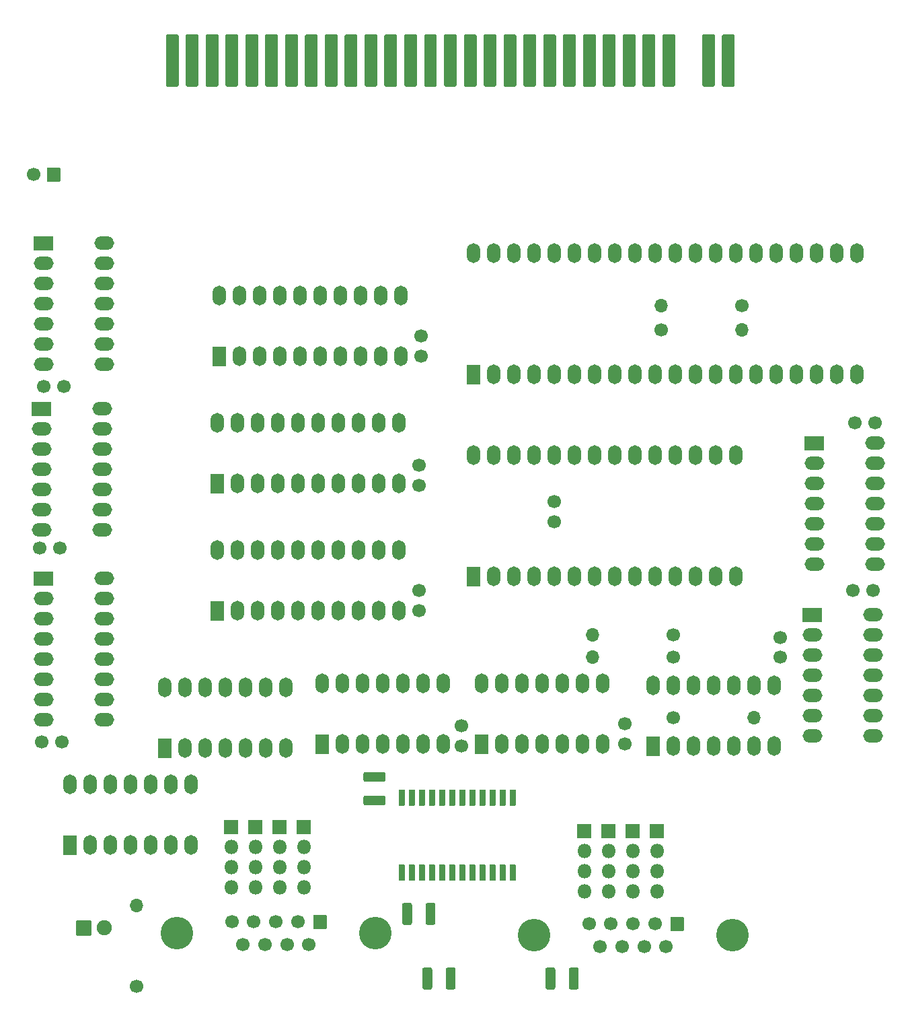
<source format=gbr>
%TF.GenerationSoftware,KiCad,Pcbnew,(5.1.10)-1*%
%TF.CreationDate,2024-05-08T08:23:43+02:00*%
%TF.ProjectId,M003,4d303033-2e6b-4696-9361-645f70636258,rev?*%
%TF.SameCoordinates,Original*%
%TF.FileFunction,Soldermask,Bot*%
%TF.FilePolarity,Negative*%
%FSLAX46Y46*%
G04 Gerber Fmt 4.6, Leading zero omitted, Abs format (unit mm)*
G04 Created by KiCad (PCBNEW (5.1.10)-1) date 2024-05-08 08:23:43*
%MOMM*%
%LPD*%
G01*
G04 APERTURE LIST*
%ADD10O,1.700000X2.500000*%
%ADD11O,1.800000X1.800000*%
%ADD12O,2.500000X1.700000*%
%ADD13O,1.700000X1.700000*%
%ADD14C,1.700000*%
%ADD15C,4.100000*%
%ADD16C,1.900000*%
G04 APERTURE END LIST*
D10*
%TO.C,U8*%
X134112000Y-96520000D03*
X149352000Y-104140000D03*
X136652000Y-96520000D03*
X146812000Y-104140000D03*
X139192000Y-96520000D03*
X144272000Y-104140000D03*
X141732000Y-96520000D03*
X141732000Y-104140000D03*
X144272000Y-96520000D03*
X139192000Y-104140000D03*
X146812000Y-96520000D03*
X136652000Y-104140000D03*
X149352000Y-96520000D03*
G36*
G01*
X134912000Y-105390000D02*
X133312000Y-105390000D01*
G75*
G02*
X133262000Y-105340000I0J50000D01*
G01*
X133262000Y-102940000D01*
G75*
G02*
X133312000Y-102890000I50000J0D01*
G01*
X134912000Y-102890000D01*
G75*
G02*
X134962000Y-102940000I0J-50000D01*
G01*
X134962000Y-105340000D01*
G75*
G02*
X134912000Y-105390000I-50000J0D01*
G01*
G37*
%TD*%
%TO.C,IC3*%
G36*
G01*
X157740000Y-111820500D02*
X157740000Y-109895500D01*
G75*
G02*
X157790000Y-109845500I50000J0D01*
G01*
X158440000Y-109845500D01*
G75*
G02*
X158490000Y-109895500I0J-50000D01*
G01*
X158490000Y-111820500D01*
G75*
G02*
X158440000Y-111870500I-50000J0D01*
G01*
X157790000Y-111870500D01*
G75*
G02*
X157740000Y-111820500I0J50000D01*
G01*
G37*
G36*
G01*
X156470000Y-111820500D02*
X156470000Y-109895500D01*
G75*
G02*
X156520000Y-109845500I50000J0D01*
G01*
X157170000Y-109845500D01*
G75*
G02*
X157220000Y-109895500I0J-50000D01*
G01*
X157220000Y-111820500D01*
G75*
G02*
X157170000Y-111870500I-50000J0D01*
G01*
X156520000Y-111870500D01*
G75*
G02*
X156470000Y-111820500I0J50000D01*
G01*
G37*
G36*
G01*
X155200000Y-111820500D02*
X155200000Y-109895500D01*
G75*
G02*
X155250000Y-109845500I50000J0D01*
G01*
X155900000Y-109845500D01*
G75*
G02*
X155950000Y-109895500I0J-50000D01*
G01*
X155950000Y-111820500D01*
G75*
G02*
X155900000Y-111870500I-50000J0D01*
G01*
X155250000Y-111870500D01*
G75*
G02*
X155200000Y-111820500I0J50000D01*
G01*
G37*
G36*
G01*
X153930000Y-111820500D02*
X153930000Y-109895500D01*
G75*
G02*
X153980000Y-109845500I50000J0D01*
G01*
X154630000Y-109845500D01*
G75*
G02*
X154680000Y-109895500I0J-50000D01*
G01*
X154680000Y-111820500D01*
G75*
G02*
X154630000Y-111870500I-50000J0D01*
G01*
X153980000Y-111870500D01*
G75*
G02*
X153930000Y-111820500I0J50000D01*
G01*
G37*
G36*
G01*
X152660000Y-111820500D02*
X152660000Y-109895500D01*
G75*
G02*
X152710000Y-109845500I50000J0D01*
G01*
X153360000Y-109845500D01*
G75*
G02*
X153410000Y-109895500I0J-50000D01*
G01*
X153410000Y-111820500D01*
G75*
G02*
X153360000Y-111870500I-50000J0D01*
G01*
X152710000Y-111870500D01*
G75*
G02*
X152660000Y-111820500I0J50000D01*
G01*
G37*
G36*
G01*
X151390000Y-111820500D02*
X151390000Y-109895500D01*
G75*
G02*
X151440000Y-109845500I50000J0D01*
G01*
X152090000Y-109845500D01*
G75*
G02*
X152140000Y-109895500I0J-50000D01*
G01*
X152140000Y-111820500D01*
G75*
G02*
X152090000Y-111870500I-50000J0D01*
G01*
X151440000Y-111870500D01*
G75*
G02*
X151390000Y-111820500I0J50000D01*
G01*
G37*
G36*
G01*
X150120000Y-111820500D02*
X150120000Y-109895500D01*
G75*
G02*
X150170000Y-109845500I50000J0D01*
G01*
X150820000Y-109845500D01*
G75*
G02*
X150870000Y-109895500I0J-50000D01*
G01*
X150870000Y-111820500D01*
G75*
G02*
X150820000Y-111870500I-50000J0D01*
G01*
X150170000Y-111870500D01*
G75*
G02*
X150120000Y-111820500I0J50000D01*
G01*
G37*
G36*
G01*
X148850000Y-111820500D02*
X148850000Y-109895500D01*
G75*
G02*
X148900000Y-109845500I50000J0D01*
G01*
X149550000Y-109845500D01*
G75*
G02*
X149600000Y-109895500I0J-50000D01*
G01*
X149600000Y-111820500D01*
G75*
G02*
X149550000Y-111870500I-50000J0D01*
G01*
X148900000Y-111870500D01*
G75*
G02*
X148850000Y-111820500I0J50000D01*
G01*
G37*
G36*
G01*
X147580000Y-111820500D02*
X147580000Y-109895500D01*
G75*
G02*
X147630000Y-109845500I50000J0D01*
G01*
X148280000Y-109845500D01*
G75*
G02*
X148330000Y-109895500I0J-50000D01*
G01*
X148330000Y-111820500D01*
G75*
G02*
X148280000Y-111870500I-50000J0D01*
G01*
X147630000Y-111870500D01*
G75*
G02*
X147580000Y-111820500I0J50000D01*
G01*
G37*
G36*
G01*
X146310000Y-111820500D02*
X146310000Y-109895500D01*
G75*
G02*
X146360000Y-109845500I50000J0D01*
G01*
X147010000Y-109845500D01*
G75*
G02*
X147060000Y-109895500I0J-50000D01*
G01*
X147060000Y-111820500D01*
G75*
G02*
X147010000Y-111870500I-50000J0D01*
G01*
X146360000Y-111870500D01*
G75*
G02*
X146310000Y-111820500I0J50000D01*
G01*
G37*
G36*
G01*
X145040000Y-111820500D02*
X145040000Y-109895500D01*
G75*
G02*
X145090000Y-109845500I50000J0D01*
G01*
X145740000Y-109845500D01*
G75*
G02*
X145790000Y-109895500I0J-50000D01*
G01*
X145790000Y-111820500D01*
G75*
G02*
X145740000Y-111870500I-50000J0D01*
G01*
X145090000Y-111870500D01*
G75*
G02*
X145040000Y-111820500I0J50000D01*
G01*
G37*
G36*
G01*
X143770000Y-111820500D02*
X143770000Y-109895500D01*
G75*
G02*
X143820000Y-109845500I50000J0D01*
G01*
X144470000Y-109845500D01*
G75*
G02*
X144520000Y-109895500I0J-50000D01*
G01*
X144520000Y-111820500D01*
G75*
G02*
X144470000Y-111870500I-50000J0D01*
G01*
X143820000Y-111870500D01*
G75*
G02*
X143770000Y-111820500I0J50000D01*
G01*
G37*
G36*
G01*
X143770000Y-121244500D02*
X143770000Y-119319500D01*
G75*
G02*
X143820000Y-119269500I50000J0D01*
G01*
X144470000Y-119269500D01*
G75*
G02*
X144520000Y-119319500I0J-50000D01*
G01*
X144520000Y-121244500D01*
G75*
G02*
X144470000Y-121294500I-50000J0D01*
G01*
X143820000Y-121294500D01*
G75*
G02*
X143770000Y-121244500I0J50000D01*
G01*
G37*
G36*
G01*
X145040000Y-121244500D02*
X145040000Y-119319500D01*
G75*
G02*
X145090000Y-119269500I50000J0D01*
G01*
X145740000Y-119269500D01*
G75*
G02*
X145790000Y-119319500I0J-50000D01*
G01*
X145790000Y-121244500D01*
G75*
G02*
X145740000Y-121294500I-50000J0D01*
G01*
X145090000Y-121294500D01*
G75*
G02*
X145040000Y-121244500I0J50000D01*
G01*
G37*
G36*
G01*
X146310000Y-121244500D02*
X146310000Y-119319500D01*
G75*
G02*
X146360000Y-119269500I50000J0D01*
G01*
X147010000Y-119269500D01*
G75*
G02*
X147060000Y-119319500I0J-50000D01*
G01*
X147060000Y-121244500D01*
G75*
G02*
X147010000Y-121294500I-50000J0D01*
G01*
X146360000Y-121294500D01*
G75*
G02*
X146310000Y-121244500I0J50000D01*
G01*
G37*
G36*
G01*
X147580000Y-121244500D02*
X147580000Y-119319500D01*
G75*
G02*
X147630000Y-119269500I50000J0D01*
G01*
X148280000Y-119269500D01*
G75*
G02*
X148330000Y-119319500I0J-50000D01*
G01*
X148330000Y-121244500D01*
G75*
G02*
X148280000Y-121294500I-50000J0D01*
G01*
X147630000Y-121294500D01*
G75*
G02*
X147580000Y-121244500I0J50000D01*
G01*
G37*
G36*
G01*
X148850000Y-121244500D02*
X148850000Y-119319500D01*
G75*
G02*
X148900000Y-119269500I50000J0D01*
G01*
X149550000Y-119269500D01*
G75*
G02*
X149600000Y-119319500I0J-50000D01*
G01*
X149600000Y-121244500D01*
G75*
G02*
X149550000Y-121294500I-50000J0D01*
G01*
X148900000Y-121294500D01*
G75*
G02*
X148850000Y-121244500I0J50000D01*
G01*
G37*
G36*
G01*
X150120000Y-121244500D02*
X150120000Y-119319500D01*
G75*
G02*
X150170000Y-119269500I50000J0D01*
G01*
X150820000Y-119269500D01*
G75*
G02*
X150870000Y-119319500I0J-50000D01*
G01*
X150870000Y-121244500D01*
G75*
G02*
X150820000Y-121294500I-50000J0D01*
G01*
X150170000Y-121294500D01*
G75*
G02*
X150120000Y-121244500I0J50000D01*
G01*
G37*
G36*
G01*
X151390000Y-121244500D02*
X151390000Y-119319500D01*
G75*
G02*
X151440000Y-119269500I50000J0D01*
G01*
X152090000Y-119269500D01*
G75*
G02*
X152140000Y-119319500I0J-50000D01*
G01*
X152140000Y-121244500D01*
G75*
G02*
X152090000Y-121294500I-50000J0D01*
G01*
X151440000Y-121294500D01*
G75*
G02*
X151390000Y-121244500I0J50000D01*
G01*
G37*
G36*
G01*
X152660000Y-121244500D02*
X152660000Y-119319500D01*
G75*
G02*
X152710000Y-119269500I50000J0D01*
G01*
X153360000Y-119269500D01*
G75*
G02*
X153410000Y-119319500I0J-50000D01*
G01*
X153410000Y-121244500D01*
G75*
G02*
X153360000Y-121294500I-50000J0D01*
G01*
X152710000Y-121294500D01*
G75*
G02*
X152660000Y-121244500I0J50000D01*
G01*
G37*
G36*
G01*
X153930000Y-121244500D02*
X153930000Y-119319500D01*
G75*
G02*
X153980000Y-119269500I50000J0D01*
G01*
X154630000Y-119269500D01*
G75*
G02*
X154680000Y-119319500I0J-50000D01*
G01*
X154680000Y-121244500D01*
G75*
G02*
X154630000Y-121294500I-50000J0D01*
G01*
X153980000Y-121294500D01*
G75*
G02*
X153930000Y-121244500I0J50000D01*
G01*
G37*
G36*
G01*
X155200000Y-121244500D02*
X155200000Y-119319500D01*
G75*
G02*
X155250000Y-119269500I50000J0D01*
G01*
X155900000Y-119269500D01*
G75*
G02*
X155950000Y-119319500I0J-50000D01*
G01*
X155950000Y-121244500D01*
G75*
G02*
X155900000Y-121294500I-50000J0D01*
G01*
X155250000Y-121294500D01*
G75*
G02*
X155200000Y-121244500I0J50000D01*
G01*
G37*
G36*
G01*
X156470000Y-121244500D02*
X156470000Y-119319500D01*
G75*
G02*
X156520000Y-119269500I50000J0D01*
G01*
X157170000Y-119269500D01*
G75*
G02*
X157220000Y-119319500I0J-50000D01*
G01*
X157220000Y-121244500D01*
G75*
G02*
X157170000Y-121294500I-50000J0D01*
G01*
X156520000Y-121294500D01*
G75*
G02*
X156470000Y-121244500I0J50000D01*
G01*
G37*
G36*
G01*
X157740000Y-121244500D02*
X157740000Y-119319500D01*
G75*
G02*
X157790000Y-119269500I50000J0D01*
G01*
X158440000Y-119269500D01*
G75*
G02*
X158490000Y-119319500I0J-50000D01*
G01*
X158490000Y-121244500D01*
G75*
G02*
X158440000Y-121294500I-50000J0D01*
G01*
X157790000Y-121294500D01*
G75*
G02*
X157740000Y-121244500I0J50000D01*
G01*
G37*
%TD*%
%TO.C,C21*%
G36*
G01*
X145454000Y-124347738D02*
X145454000Y-126604262D01*
G75*
G02*
X145182262Y-126876000I-271738J0D01*
G01*
X144475738Y-126876000D01*
G75*
G02*
X144204000Y-126604262I0J271738D01*
G01*
X144204000Y-124347738D01*
G75*
G02*
X144475738Y-124076000I271738J0D01*
G01*
X145182262Y-124076000D01*
G75*
G02*
X145454000Y-124347738I0J-271738D01*
G01*
G37*
G36*
G01*
X148404000Y-124347738D02*
X148404000Y-126604262D01*
G75*
G02*
X148132262Y-126876000I-271738J0D01*
G01*
X147425738Y-126876000D01*
G75*
G02*
X147154000Y-126604262I0J271738D01*
G01*
X147154000Y-124347738D01*
G75*
G02*
X147425738Y-124076000I271738J0D01*
G01*
X148132262Y-124076000D01*
G75*
G02*
X148404000Y-124347738I0J-271738D01*
G01*
G37*
%TD*%
%TO.C,C10*%
G36*
G01*
X163488000Y-132475738D02*
X163488000Y-134732262D01*
G75*
G02*
X163216262Y-135004000I-271738J0D01*
G01*
X162509738Y-135004000D01*
G75*
G02*
X162238000Y-134732262I0J271738D01*
G01*
X162238000Y-132475738D01*
G75*
G02*
X162509738Y-132204000I271738J0D01*
G01*
X163216262Y-132204000D01*
G75*
G02*
X163488000Y-132475738I0J-271738D01*
G01*
G37*
G36*
G01*
X166438000Y-132475738D02*
X166438000Y-134732262D01*
G75*
G02*
X166166262Y-135004000I-271738J0D01*
G01*
X165459738Y-135004000D01*
G75*
G02*
X165188000Y-134732262I0J271738D01*
G01*
X165188000Y-132475738D01*
G75*
G02*
X165459738Y-132204000I271738J0D01*
G01*
X166166262Y-132204000D01*
G75*
G02*
X166438000Y-132475738I0J-271738D01*
G01*
G37*
%TD*%
%TO.C,C9*%
G36*
G01*
X149694000Y-134732262D02*
X149694000Y-132475738D01*
G75*
G02*
X149965738Y-132204000I271738J0D01*
G01*
X150672262Y-132204000D01*
G75*
G02*
X150944000Y-132475738I0J-271738D01*
G01*
X150944000Y-134732262D01*
G75*
G02*
X150672262Y-135004000I-271738J0D01*
G01*
X149965738Y-135004000D01*
G75*
G02*
X149694000Y-134732262I0J271738D01*
G01*
G37*
G36*
G01*
X146744000Y-134732262D02*
X146744000Y-132475738D01*
G75*
G02*
X147015738Y-132204000I271738J0D01*
G01*
X147722262Y-132204000D01*
G75*
G02*
X147994000Y-132475738I0J-271738D01*
G01*
X147994000Y-134732262D01*
G75*
G02*
X147722262Y-135004000I-271738J0D01*
G01*
X147015738Y-135004000D01*
G75*
G02*
X146744000Y-134732262I0J271738D01*
G01*
G37*
%TD*%
%TO.C,C3*%
G36*
G01*
X141844262Y-108878000D02*
X139587738Y-108878000D01*
G75*
G02*
X139316000Y-108606262I0J271738D01*
G01*
X139316000Y-107899738D01*
G75*
G02*
X139587738Y-107628000I271738J0D01*
G01*
X141844262Y-107628000D01*
G75*
G02*
X142116000Y-107899738I0J-271738D01*
G01*
X142116000Y-108606262D01*
G75*
G02*
X141844262Y-108878000I-271738J0D01*
G01*
G37*
G36*
G01*
X141844262Y-111828000D02*
X139587738Y-111828000D01*
G75*
G02*
X139316000Y-111556262I0J271738D01*
G01*
X139316000Y-110849738D01*
G75*
G02*
X139587738Y-110578000I271738J0D01*
G01*
X141844262Y-110578000D01*
G75*
G02*
X142116000Y-110849738I0J-271738D01*
G01*
X142116000Y-111556262D01*
G75*
G02*
X141844262Y-111828000I-271738J0D01*
G01*
G37*
%TD*%
%TO.C,XM1*%
G36*
G01*
X149476000Y-21278000D02*
X149476000Y-14998000D01*
G75*
G02*
X149636000Y-14838000I160000J0D01*
G01*
X150916000Y-14838000D01*
G75*
G02*
X151076000Y-14998000I0J-160000D01*
G01*
X151076000Y-21278000D01*
G75*
G02*
X150916000Y-21438000I-160000J0D01*
G01*
X149636000Y-21438000D01*
G75*
G02*
X149476000Y-21278000I0J160000D01*
G01*
G37*
G36*
G01*
X136976000Y-21278000D02*
X136976000Y-14998000D01*
G75*
G02*
X137136000Y-14838000I160000J0D01*
G01*
X138416000Y-14838000D01*
G75*
G02*
X138576000Y-14998000I0J-160000D01*
G01*
X138576000Y-21278000D01*
G75*
G02*
X138416000Y-21438000I-160000J0D01*
G01*
X137136000Y-21438000D01*
G75*
G02*
X136976000Y-21278000I0J160000D01*
G01*
G37*
G36*
G01*
X131976000Y-21278000D02*
X131976000Y-14998000D01*
G75*
G02*
X132136000Y-14838000I160000J0D01*
G01*
X133416000Y-14838000D01*
G75*
G02*
X133576000Y-14998000I0J-160000D01*
G01*
X133576000Y-21278000D01*
G75*
G02*
X133416000Y-21438000I-160000J0D01*
G01*
X132136000Y-21438000D01*
G75*
G02*
X131976000Y-21278000I0J160000D01*
G01*
G37*
G36*
G01*
X129476000Y-21278000D02*
X129476000Y-14998000D01*
G75*
G02*
X129636000Y-14838000I160000J0D01*
G01*
X130916000Y-14838000D01*
G75*
G02*
X131076000Y-14998000I0J-160000D01*
G01*
X131076000Y-21278000D01*
G75*
G02*
X130916000Y-21438000I-160000J0D01*
G01*
X129636000Y-21438000D01*
G75*
G02*
X129476000Y-21278000I0J160000D01*
G01*
G37*
G36*
G01*
X124476000Y-21278000D02*
X124476000Y-14998000D01*
G75*
G02*
X124636000Y-14838000I160000J0D01*
G01*
X125916000Y-14838000D01*
G75*
G02*
X126076000Y-14998000I0J-160000D01*
G01*
X126076000Y-21278000D01*
G75*
G02*
X125916000Y-21438000I-160000J0D01*
G01*
X124636000Y-21438000D01*
G75*
G02*
X124476000Y-21278000I0J160000D01*
G01*
G37*
G36*
G01*
X119476000Y-21278000D02*
X119476000Y-14998000D01*
G75*
G02*
X119636000Y-14838000I160000J0D01*
G01*
X120916000Y-14838000D01*
G75*
G02*
X121076000Y-14998000I0J-160000D01*
G01*
X121076000Y-21278000D01*
G75*
G02*
X120916000Y-21438000I-160000J0D01*
G01*
X119636000Y-21438000D01*
G75*
G02*
X119476000Y-21278000I0J160000D01*
G01*
G37*
G36*
G01*
X116976000Y-21278000D02*
X116976000Y-14998000D01*
G75*
G02*
X117136000Y-14838000I160000J0D01*
G01*
X118416000Y-14838000D01*
G75*
G02*
X118576000Y-14998000I0J-160000D01*
G01*
X118576000Y-21278000D01*
G75*
G02*
X118416000Y-21438000I-160000J0D01*
G01*
X117136000Y-21438000D01*
G75*
G02*
X116976000Y-21278000I0J160000D01*
G01*
G37*
G36*
G01*
X161976000Y-21278000D02*
X161976000Y-14998000D01*
G75*
G02*
X162136000Y-14838000I160000J0D01*
G01*
X163416000Y-14838000D01*
G75*
G02*
X163576000Y-14998000I0J-160000D01*
G01*
X163576000Y-21278000D01*
G75*
G02*
X163416000Y-21438000I-160000J0D01*
G01*
X162136000Y-21438000D01*
G75*
G02*
X161976000Y-21278000I0J160000D01*
G01*
G37*
G36*
G01*
X159476000Y-21278000D02*
X159476000Y-14998000D01*
G75*
G02*
X159636000Y-14838000I160000J0D01*
G01*
X160916000Y-14838000D01*
G75*
G02*
X161076000Y-14998000I0J-160000D01*
G01*
X161076000Y-21278000D01*
G75*
G02*
X160916000Y-21438000I-160000J0D01*
G01*
X159636000Y-21438000D01*
G75*
G02*
X159476000Y-21278000I0J160000D01*
G01*
G37*
G36*
G01*
X156976000Y-21278000D02*
X156976000Y-14998000D01*
G75*
G02*
X157136000Y-14838000I160000J0D01*
G01*
X158416000Y-14838000D01*
G75*
G02*
X158576000Y-14998000I0J-160000D01*
G01*
X158576000Y-21278000D01*
G75*
G02*
X158416000Y-21438000I-160000J0D01*
G01*
X157136000Y-21438000D01*
G75*
G02*
X156976000Y-21278000I0J160000D01*
G01*
G37*
G36*
G01*
X154476000Y-21278000D02*
X154476000Y-14998000D01*
G75*
G02*
X154636000Y-14838000I160000J0D01*
G01*
X155916000Y-14838000D01*
G75*
G02*
X156076000Y-14998000I0J-160000D01*
G01*
X156076000Y-21278000D01*
G75*
G02*
X155916000Y-21438000I-160000J0D01*
G01*
X154636000Y-21438000D01*
G75*
G02*
X154476000Y-21278000I0J160000D01*
G01*
G37*
G36*
G01*
X151976000Y-21278000D02*
X151976000Y-14998000D01*
G75*
G02*
X152136000Y-14838000I160000J0D01*
G01*
X153416000Y-14838000D01*
G75*
G02*
X153576000Y-14998000I0J-160000D01*
G01*
X153576000Y-21278000D01*
G75*
G02*
X153416000Y-21438000I-160000J0D01*
G01*
X152136000Y-21438000D01*
G75*
G02*
X151976000Y-21278000I0J160000D01*
G01*
G37*
G36*
G01*
X146976000Y-21278000D02*
X146976000Y-14998000D01*
G75*
G02*
X147136000Y-14838000I160000J0D01*
G01*
X148416000Y-14838000D01*
G75*
G02*
X148576000Y-14998000I0J-160000D01*
G01*
X148576000Y-21278000D01*
G75*
G02*
X148416000Y-21438000I-160000J0D01*
G01*
X147136000Y-21438000D01*
G75*
G02*
X146976000Y-21278000I0J160000D01*
G01*
G37*
G36*
G01*
X144476000Y-21278000D02*
X144476000Y-14998000D01*
G75*
G02*
X144636000Y-14838000I160000J0D01*
G01*
X145916000Y-14838000D01*
G75*
G02*
X146076000Y-14998000I0J-160000D01*
G01*
X146076000Y-21278000D01*
G75*
G02*
X145916000Y-21438000I-160000J0D01*
G01*
X144636000Y-21438000D01*
G75*
G02*
X144476000Y-21278000I0J160000D01*
G01*
G37*
G36*
G01*
X141976000Y-21278000D02*
X141976000Y-14998000D01*
G75*
G02*
X142136000Y-14838000I160000J0D01*
G01*
X143416000Y-14838000D01*
G75*
G02*
X143576000Y-14998000I0J-160000D01*
G01*
X143576000Y-21278000D01*
G75*
G02*
X143416000Y-21438000I-160000J0D01*
G01*
X142136000Y-21438000D01*
G75*
G02*
X141976000Y-21278000I0J160000D01*
G01*
G37*
G36*
G01*
X139476000Y-21278000D02*
X139476000Y-14998000D01*
G75*
G02*
X139636000Y-14838000I160000J0D01*
G01*
X140916000Y-14838000D01*
G75*
G02*
X141076000Y-14998000I0J-160000D01*
G01*
X141076000Y-21278000D01*
G75*
G02*
X140916000Y-21438000I-160000J0D01*
G01*
X139636000Y-21438000D01*
G75*
G02*
X139476000Y-21278000I0J160000D01*
G01*
G37*
G36*
G01*
X184476000Y-21278000D02*
X184476000Y-14998000D01*
G75*
G02*
X184636000Y-14838000I160000J0D01*
G01*
X185916000Y-14838000D01*
G75*
G02*
X186076000Y-14998000I0J-160000D01*
G01*
X186076000Y-21278000D01*
G75*
G02*
X185916000Y-21438000I-160000J0D01*
G01*
X184636000Y-21438000D01*
G75*
G02*
X184476000Y-21278000I0J160000D01*
G01*
G37*
G36*
G01*
X134476000Y-21278000D02*
X134476000Y-14998000D01*
G75*
G02*
X134636000Y-14838000I160000J0D01*
G01*
X135916000Y-14838000D01*
G75*
G02*
X136076000Y-14998000I0J-160000D01*
G01*
X136076000Y-21278000D01*
G75*
G02*
X135916000Y-21438000I-160000J0D01*
G01*
X134636000Y-21438000D01*
G75*
G02*
X134476000Y-21278000I0J160000D01*
G01*
G37*
G36*
G01*
X126976000Y-21278000D02*
X126976000Y-14998000D01*
G75*
G02*
X127136000Y-14838000I160000J0D01*
G01*
X128416000Y-14838000D01*
G75*
G02*
X128576000Y-14998000I0J-160000D01*
G01*
X128576000Y-21278000D01*
G75*
G02*
X128416000Y-21438000I-160000J0D01*
G01*
X127136000Y-21438000D01*
G75*
G02*
X126976000Y-21278000I0J160000D01*
G01*
G37*
G36*
G01*
X121976000Y-21278000D02*
X121976000Y-14998000D01*
G75*
G02*
X122136000Y-14838000I160000J0D01*
G01*
X123416000Y-14838000D01*
G75*
G02*
X123576000Y-14998000I0J-160000D01*
G01*
X123576000Y-21278000D01*
G75*
G02*
X123416000Y-21438000I-160000J0D01*
G01*
X122136000Y-21438000D01*
G75*
G02*
X121976000Y-21278000I0J160000D01*
G01*
G37*
G36*
G01*
X114476000Y-21278000D02*
X114476000Y-14998000D01*
G75*
G02*
X114636000Y-14838000I160000J0D01*
G01*
X115916000Y-14838000D01*
G75*
G02*
X116076000Y-14998000I0J-160000D01*
G01*
X116076000Y-21278000D01*
G75*
G02*
X115916000Y-21438000I-160000J0D01*
G01*
X114636000Y-21438000D01*
G75*
G02*
X114476000Y-21278000I0J160000D01*
G01*
G37*
G36*
G01*
X181976000Y-21278000D02*
X181976000Y-14998000D01*
G75*
G02*
X182136000Y-14838000I160000J0D01*
G01*
X183416000Y-14838000D01*
G75*
G02*
X183576000Y-14998000I0J-160000D01*
G01*
X183576000Y-21278000D01*
G75*
G02*
X183416000Y-21438000I-160000J0D01*
G01*
X182136000Y-21438000D01*
G75*
G02*
X181976000Y-21278000I0J160000D01*
G01*
G37*
G36*
G01*
X176976000Y-21278000D02*
X176976000Y-14998000D01*
G75*
G02*
X177136000Y-14838000I160000J0D01*
G01*
X178416000Y-14838000D01*
G75*
G02*
X178576000Y-14998000I0J-160000D01*
G01*
X178576000Y-21278000D01*
G75*
G02*
X178416000Y-21438000I-160000J0D01*
G01*
X177136000Y-21438000D01*
G75*
G02*
X176976000Y-21278000I0J160000D01*
G01*
G37*
G36*
G01*
X174476000Y-21278000D02*
X174476000Y-14998000D01*
G75*
G02*
X174636000Y-14838000I160000J0D01*
G01*
X175916000Y-14838000D01*
G75*
G02*
X176076000Y-14998000I0J-160000D01*
G01*
X176076000Y-21278000D01*
G75*
G02*
X175916000Y-21438000I-160000J0D01*
G01*
X174636000Y-21438000D01*
G75*
G02*
X174476000Y-21278000I0J160000D01*
G01*
G37*
G36*
G01*
X171976000Y-21278000D02*
X171976000Y-14998000D01*
G75*
G02*
X172136000Y-14838000I160000J0D01*
G01*
X173416000Y-14838000D01*
G75*
G02*
X173576000Y-14998000I0J-160000D01*
G01*
X173576000Y-21278000D01*
G75*
G02*
X173416000Y-21438000I-160000J0D01*
G01*
X172136000Y-21438000D01*
G75*
G02*
X171976000Y-21278000I0J160000D01*
G01*
G37*
G36*
G01*
X169476000Y-21278000D02*
X169476000Y-14998000D01*
G75*
G02*
X169636000Y-14838000I160000J0D01*
G01*
X170916000Y-14838000D01*
G75*
G02*
X171076000Y-14998000I0J-160000D01*
G01*
X171076000Y-21278000D01*
G75*
G02*
X170916000Y-21438000I-160000J0D01*
G01*
X169636000Y-21438000D01*
G75*
G02*
X169476000Y-21278000I0J160000D01*
G01*
G37*
G36*
G01*
X166976000Y-21278000D02*
X166976000Y-14998000D01*
G75*
G02*
X167136000Y-14838000I160000J0D01*
G01*
X168416000Y-14838000D01*
G75*
G02*
X168576000Y-14998000I0J-160000D01*
G01*
X168576000Y-21278000D01*
G75*
G02*
X168416000Y-21438000I-160000J0D01*
G01*
X167136000Y-21438000D01*
G75*
G02*
X166976000Y-21278000I0J160000D01*
G01*
G37*
G36*
G01*
X164476000Y-21278000D02*
X164476000Y-14998000D01*
G75*
G02*
X164636000Y-14838000I160000J0D01*
G01*
X165916000Y-14838000D01*
G75*
G02*
X166076000Y-14998000I0J-160000D01*
G01*
X166076000Y-21278000D01*
G75*
G02*
X165916000Y-21438000I-160000J0D01*
G01*
X164636000Y-21438000D01*
G75*
G02*
X164476000Y-21278000I0J160000D01*
G01*
G37*
%TD*%
D11*
%TO.C,J10*%
X167132000Y-122682000D03*
X167132000Y-120142000D03*
X167132000Y-117602000D03*
G36*
G01*
X166232000Y-115912000D02*
X166232000Y-114212000D01*
G75*
G02*
X166282000Y-114162000I50000J0D01*
G01*
X167982000Y-114162000D01*
G75*
G02*
X168032000Y-114212000I0J-50000D01*
G01*
X168032000Y-115912000D01*
G75*
G02*
X167982000Y-115962000I-50000J0D01*
G01*
X166282000Y-115962000D01*
G75*
G02*
X166232000Y-115912000I0J50000D01*
G01*
G37*
%TD*%
%TO.C,J9*%
X170180000Y-122682000D03*
X170180000Y-120142000D03*
X170180000Y-117602000D03*
G36*
G01*
X169280000Y-115912000D02*
X169280000Y-114212000D01*
G75*
G02*
X169330000Y-114162000I50000J0D01*
G01*
X171030000Y-114162000D01*
G75*
G02*
X171080000Y-114212000I0J-50000D01*
G01*
X171080000Y-115912000D01*
G75*
G02*
X171030000Y-115962000I-50000J0D01*
G01*
X169330000Y-115962000D01*
G75*
G02*
X169280000Y-115912000I0J50000D01*
G01*
G37*
%TD*%
%TO.C,J8*%
X176276000Y-122682000D03*
X176276000Y-120142000D03*
X176276000Y-117602000D03*
G36*
G01*
X175376000Y-115912000D02*
X175376000Y-114212000D01*
G75*
G02*
X175426000Y-114162000I50000J0D01*
G01*
X177126000Y-114162000D01*
G75*
G02*
X177176000Y-114212000I0J-50000D01*
G01*
X177176000Y-115912000D01*
G75*
G02*
X177126000Y-115962000I-50000J0D01*
G01*
X175426000Y-115962000D01*
G75*
G02*
X175376000Y-115912000I0J50000D01*
G01*
G37*
%TD*%
%TO.C,J7*%
X173228000Y-122682000D03*
X173228000Y-120142000D03*
X173228000Y-117602000D03*
G36*
G01*
X172328000Y-115912000D02*
X172328000Y-114212000D01*
G75*
G02*
X172378000Y-114162000I50000J0D01*
G01*
X174078000Y-114162000D01*
G75*
G02*
X174128000Y-114212000I0J-50000D01*
G01*
X174128000Y-115912000D01*
G75*
G02*
X174078000Y-115962000I-50000J0D01*
G01*
X172378000Y-115962000D01*
G75*
G02*
X172328000Y-115912000I0J50000D01*
G01*
G37*
%TD*%
%TO.C,J6*%
X122682000Y-122174000D03*
X122682000Y-119634000D03*
X122682000Y-117094000D03*
G36*
G01*
X121782000Y-115404000D02*
X121782000Y-113704000D01*
G75*
G02*
X121832000Y-113654000I50000J0D01*
G01*
X123532000Y-113654000D01*
G75*
G02*
X123582000Y-113704000I0J-50000D01*
G01*
X123582000Y-115404000D01*
G75*
G02*
X123532000Y-115454000I-50000J0D01*
G01*
X121832000Y-115454000D01*
G75*
G02*
X121782000Y-115404000I0J50000D01*
G01*
G37*
%TD*%
%TO.C,J5*%
X125730000Y-122174000D03*
X125730000Y-119634000D03*
X125730000Y-117094000D03*
G36*
G01*
X124830000Y-115404000D02*
X124830000Y-113704000D01*
G75*
G02*
X124880000Y-113654000I50000J0D01*
G01*
X126580000Y-113654000D01*
G75*
G02*
X126630000Y-113704000I0J-50000D01*
G01*
X126630000Y-115404000D01*
G75*
G02*
X126580000Y-115454000I-50000J0D01*
G01*
X124880000Y-115454000D01*
G75*
G02*
X124830000Y-115404000I0J50000D01*
G01*
G37*
%TD*%
%TO.C,J4*%
X131826000Y-122174000D03*
X131826000Y-119634000D03*
X131826000Y-117094000D03*
G36*
G01*
X130926000Y-115404000D02*
X130926000Y-113704000D01*
G75*
G02*
X130976000Y-113654000I50000J0D01*
G01*
X132676000Y-113654000D01*
G75*
G02*
X132726000Y-113704000I0J-50000D01*
G01*
X132726000Y-115404000D01*
G75*
G02*
X132676000Y-115454000I-50000J0D01*
G01*
X130976000Y-115454000D01*
G75*
G02*
X130926000Y-115404000I0J50000D01*
G01*
G37*
%TD*%
%TO.C,J3*%
X128778000Y-122174000D03*
X128778000Y-119634000D03*
X128778000Y-117094000D03*
G36*
G01*
X127878000Y-115404000D02*
X127878000Y-113704000D01*
G75*
G02*
X127928000Y-113654000I50000J0D01*
G01*
X129628000Y-113654000D01*
G75*
G02*
X129678000Y-113704000I0J-50000D01*
G01*
X129678000Y-115404000D01*
G75*
G02*
X129628000Y-115454000I-50000J0D01*
G01*
X127928000Y-115454000D01*
G75*
G02*
X127878000Y-115404000I0J50000D01*
G01*
G37*
%TD*%
D12*
%TO.C,U15*%
X106426000Y-61976000D03*
X98806000Y-77216000D03*
X106426000Y-64516000D03*
X98806000Y-74676000D03*
X106426000Y-67056000D03*
X98806000Y-72136000D03*
X106426000Y-69596000D03*
X98806000Y-69596000D03*
X106426000Y-72136000D03*
X98806000Y-67056000D03*
X106426000Y-74676000D03*
X98806000Y-64516000D03*
X106426000Y-77216000D03*
G36*
G01*
X97556000Y-62776000D02*
X97556000Y-61176000D01*
G75*
G02*
X97606000Y-61126000I50000J0D01*
G01*
X100006000Y-61126000D01*
G75*
G02*
X100056000Y-61176000I0J-50000D01*
G01*
X100056000Y-62776000D01*
G75*
G02*
X100006000Y-62826000I-50000J0D01*
G01*
X97606000Y-62826000D01*
G75*
G02*
X97556000Y-62776000I0J50000D01*
G01*
G37*
%TD*%
%TO.C,U14*%
X106680000Y-41148000D03*
X99060000Y-56388000D03*
X106680000Y-43688000D03*
X99060000Y-53848000D03*
X106680000Y-46228000D03*
X99060000Y-51308000D03*
X106680000Y-48768000D03*
X99060000Y-48768000D03*
X106680000Y-51308000D03*
X99060000Y-46228000D03*
X106680000Y-53848000D03*
X99060000Y-43688000D03*
X106680000Y-56388000D03*
G36*
G01*
X97810000Y-41948000D02*
X97810000Y-40348000D01*
G75*
G02*
X97860000Y-40298000I50000J0D01*
G01*
X100260000Y-40298000D01*
G75*
G02*
X100310000Y-40348000I0J-50000D01*
G01*
X100310000Y-41948000D01*
G75*
G02*
X100260000Y-41998000I-50000J0D01*
G01*
X97860000Y-41998000D01*
G75*
G02*
X97810000Y-41948000I0J50000D01*
G01*
G37*
%TD*%
D13*
%TO.C,R6*%
X110744000Y-124460000D03*
D14*
X110744000Y-134620000D03*
%TD*%
D13*
%TO.C,R5*%
X176784000Y-49022000D03*
D14*
X186944000Y-49022000D03*
%TD*%
%TO.C,C20*%
X200954000Y-84836000D03*
X203454000Y-84836000D03*
%TD*%
%TO.C,C19*%
X151638000Y-104354000D03*
X151638000Y-101854000D03*
%TD*%
%TO.C,C18*%
X201208000Y-63754000D03*
X203708000Y-63754000D03*
%TD*%
%TO.C,C17*%
X172212000Y-104100000D03*
X172212000Y-101600000D03*
%TD*%
%TO.C,C16*%
X98846000Y-103886000D03*
X101346000Y-103886000D03*
%TD*%
%TO.C,C15*%
X146304000Y-71588000D03*
X146304000Y-69088000D03*
%TD*%
%TO.C,C14*%
X146304000Y-87336000D03*
X146304000Y-84836000D03*
%TD*%
%TO.C,C13*%
X99100000Y-59182000D03*
X101600000Y-59182000D03*
%TD*%
%TO.C,C4*%
X98592000Y-79502000D03*
X101092000Y-79502000D03*
%TD*%
%TO.C,C1*%
X146558000Y-55332000D03*
X146558000Y-52832000D03*
%TD*%
D10*
%TO.C,U13*%
X120904000Y-79756000D03*
X143764000Y-87376000D03*
X123444000Y-79756000D03*
X141224000Y-87376000D03*
X125984000Y-79756000D03*
X138684000Y-87376000D03*
X128524000Y-79756000D03*
X136144000Y-87376000D03*
X131064000Y-79756000D03*
X133604000Y-87376000D03*
X133604000Y-79756000D03*
X131064000Y-87376000D03*
X136144000Y-79756000D03*
X128524000Y-87376000D03*
X138684000Y-79756000D03*
X125984000Y-87376000D03*
X141224000Y-79756000D03*
X123444000Y-87376000D03*
X143764000Y-79756000D03*
G36*
G01*
X121704000Y-88626000D02*
X120104000Y-88626000D01*
G75*
G02*
X120054000Y-88576000I0J50000D01*
G01*
X120054000Y-86176000D01*
G75*
G02*
X120104000Y-86126000I50000J0D01*
G01*
X121704000Y-86126000D01*
G75*
G02*
X121754000Y-86176000I0J-50000D01*
G01*
X121754000Y-88576000D01*
G75*
G02*
X121704000Y-88626000I-50000J0D01*
G01*
G37*
%TD*%
D12*
%TO.C,U12*%
X203454000Y-87884000D03*
X195834000Y-103124000D03*
X203454000Y-90424000D03*
X195834000Y-100584000D03*
X203454000Y-92964000D03*
X195834000Y-98044000D03*
X203454000Y-95504000D03*
X195834000Y-95504000D03*
X203454000Y-98044000D03*
X195834000Y-92964000D03*
X203454000Y-100584000D03*
X195834000Y-90424000D03*
X203454000Y-103124000D03*
G36*
G01*
X194584000Y-88684000D02*
X194584000Y-87084000D01*
G75*
G02*
X194634000Y-87034000I50000J0D01*
G01*
X197034000Y-87034000D01*
G75*
G02*
X197084000Y-87084000I0J-50000D01*
G01*
X197084000Y-88684000D01*
G75*
G02*
X197034000Y-88734000I-50000J0D01*
G01*
X194634000Y-88734000D01*
G75*
G02*
X194584000Y-88684000I0J50000D01*
G01*
G37*
%TD*%
%TO.C,U11*%
X203708000Y-66294000D03*
X196088000Y-81534000D03*
X203708000Y-68834000D03*
X196088000Y-78994000D03*
X203708000Y-71374000D03*
X196088000Y-76454000D03*
X203708000Y-73914000D03*
X196088000Y-73914000D03*
X203708000Y-76454000D03*
X196088000Y-71374000D03*
X203708000Y-78994000D03*
X196088000Y-68834000D03*
X203708000Y-81534000D03*
G36*
G01*
X194838000Y-67094000D02*
X194838000Y-65494000D01*
G75*
G02*
X194888000Y-65444000I50000J0D01*
G01*
X197288000Y-65444000D01*
G75*
G02*
X197338000Y-65494000I0J-50000D01*
G01*
X197338000Y-67094000D01*
G75*
G02*
X197288000Y-67144000I-50000J0D01*
G01*
X194888000Y-67144000D01*
G75*
G02*
X194838000Y-67094000I0J50000D01*
G01*
G37*
%TD*%
D10*
%TO.C,U10*%
X114300000Y-97028000D03*
X129540000Y-104648000D03*
X116840000Y-97028000D03*
X127000000Y-104648000D03*
X119380000Y-97028000D03*
X124460000Y-104648000D03*
X121920000Y-97028000D03*
X121920000Y-104648000D03*
X124460000Y-97028000D03*
X119380000Y-104648000D03*
X127000000Y-97028000D03*
X116840000Y-104648000D03*
X129540000Y-97028000D03*
G36*
G01*
X115100000Y-105898000D02*
X113500000Y-105898000D01*
G75*
G02*
X113450000Y-105848000I0J50000D01*
G01*
X113450000Y-103448000D01*
G75*
G02*
X113500000Y-103398000I50000J0D01*
G01*
X115100000Y-103398000D01*
G75*
G02*
X115150000Y-103448000I0J-50000D01*
G01*
X115150000Y-105848000D01*
G75*
G02*
X115100000Y-105898000I-50000J0D01*
G01*
G37*
%TD*%
%TO.C,U9*%
X120904000Y-63754000D03*
X143764000Y-71374000D03*
X123444000Y-63754000D03*
X141224000Y-71374000D03*
X125984000Y-63754000D03*
X138684000Y-71374000D03*
X128524000Y-63754000D03*
X136144000Y-71374000D03*
X131064000Y-63754000D03*
X133604000Y-71374000D03*
X133604000Y-63754000D03*
X131064000Y-71374000D03*
X136144000Y-63754000D03*
X128524000Y-71374000D03*
X138684000Y-63754000D03*
X125984000Y-71374000D03*
X141224000Y-63754000D03*
X123444000Y-71374000D03*
X143764000Y-63754000D03*
G36*
G01*
X121704000Y-72624000D02*
X120104000Y-72624000D01*
G75*
G02*
X120054000Y-72574000I0J50000D01*
G01*
X120054000Y-70174000D01*
G75*
G02*
X120104000Y-70124000I50000J0D01*
G01*
X121704000Y-70124000D01*
G75*
G02*
X121754000Y-70174000I0J-50000D01*
G01*
X121754000Y-72574000D01*
G75*
G02*
X121704000Y-72624000I-50000J0D01*
G01*
G37*
%TD*%
D13*
%TO.C,R4*%
X168148000Y-90424000D03*
D14*
X178308000Y-90424000D03*
%TD*%
D13*
%TO.C,R3*%
X168148000Y-93218000D03*
D14*
X178308000Y-93218000D03*
%TD*%
D13*
%TO.C,R2*%
X188468000Y-100838000D03*
D14*
X178308000Y-100838000D03*
%TD*%
%TO.C,C12*%
X163322000Y-76160000D03*
X163322000Y-73660000D03*
%TD*%
%TO.C,C11*%
X191770000Y-90718000D03*
X191770000Y-93218000D03*
%TD*%
D12*
%TO.C,U5*%
X106680000Y-83312000D03*
X99060000Y-101092000D03*
X106680000Y-85852000D03*
X99060000Y-98552000D03*
X106680000Y-88392000D03*
X99060000Y-96012000D03*
X106680000Y-90932000D03*
X99060000Y-93472000D03*
X106680000Y-93472000D03*
X99060000Y-90932000D03*
X106680000Y-96012000D03*
X99060000Y-88392000D03*
X106680000Y-98552000D03*
X99060000Y-85852000D03*
X106680000Y-101092000D03*
G36*
G01*
X97810000Y-84112000D02*
X97810000Y-82512000D01*
G75*
G02*
X97860000Y-82462000I50000J0D01*
G01*
X100260000Y-82462000D01*
G75*
G02*
X100310000Y-82512000I0J-50000D01*
G01*
X100310000Y-84112000D01*
G75*
G02*
X100260000Y-84162000I-50000J0D01*
G01*
X97860000Y-84162000D01*
G75*
G02*
X97810000Y-84112000I0J50000D01*
G01*
G37*
%TD*%
D10*
%TO.C,U4*%
X121158000Y-47752000D03*
X144018000Y-55372000D03*
X123698000Y-47752000D03*
X141478000Y-55372000D03*
X126238000Y-47752000D03*
X138938000Y-55372000D03*
X128778000Y-47752000D03*
X136398000Y-55372000D03*
X131318000Y-47752000D03*
X133858000Y-55372000D03*
X133858000Y-47752000D03*
X131318000Y-55372000D03*
X136398000Y-47752000D03*
X128778000Y-55372000D03*
X138938000Y-47752000D03*
X126238000Y-55372000D03*
X141478000Y-47752000D03*
X123698000Y-55372000D03*
X144018000Y-47752000D03*
G36*
G01*
X121958000Y-56622000D02*
X120358000Y-56622000D01*
G75*
G02*
X120308000Y-56572000I0J50000D01*
G01*
X120308000Y-54172000D01*
G75*
G02*
X120358000Y-54122000I50000J0D01*
G01*
X121958000Y-54122000D01*
G75*
G02*
X122008000Y-54172000I0J-50000D01*
G01*
X122008000Y-56572000D01*
G75*
G02*
X121958000Y-56622000I-50000J0D01*
G01*
G37*
%TD*%
%TO.C,U3*%
X154178000Y-96520000D03*
X169418000Y-104140000D03*
X156718000Y-96520000D03*
X166878000Y-104140000D03*
X159258000Y-96520000D03*
X164338000Y-104140000D03*
X161798000Y-96520000D03*
X161798000Y-104140000D03*
X164338000Y-96520000D03*
X159258000Y-104140000D03*
X166878000Y-96520000D03*
X156718000Y-104140000D03*
X169418000Y-96520000D03*
G36*
G01*
X154978000Y-105390000D02*
X153378000Y-105390000D01*
G75*
G02*
X153328000Y-105340000I0J50000D01*
G01*
X153328000Y-102940000D01*
G75*
G02*
X153378000Y-102890000I50000J0D01*
G01*
X154978000Y-102890000D01*
G75*
G02*
X155028000Y-102940000I0J-50000D01*
G01*
X155028000Y-105340000D01*
G75*
G02*
X154978000Y-105390000I-50000J0D01*
G01*
G37*
%TD*%
%TO.C,U2*%
X102362000Y-109220000D03*
X117602000Y-116840000D03*
X104902000Y-109220000D03*
X115062000Y-116840000D03*
X107442000Y-109220000D03*
X112522000Y-116840000D03*
X109982000Y-109220000D03*
X109982000Y-116840000D03*
X112522000Y-109220000D03*
X107442000Y-116840000D03*
X115062000Y-109220000D03*
X104902000Y-116840000D03*
X117602000Y-109220000D03*
G36*
G01*
X103162000Y-118090000D02*
X101562000Y-118090000D01*
G75*
G02*
X101512000Y-118040000I0J50000D01*
G01*
X101512000Y-115640000D01*
G75*
G02*
X101562000Y-115590000I50000J0D01*
G01*
X103162000Y-115590000D01*
G75*
G02*
X103212000Y-115640000I0J-50000D01*
G01*
X103212000Y-118040000D01*
G75*
G02*
X103162000Y-118090000I-50000J0D01*
G01*
G37*
%TD*%
%TO.C,U1*%
X175768000Y-96774000D03*
X191008000Y-104394000D03*
X178308000Y-96774000D03*
X188468000Y-104394000D03*
X180848000Y-96774000D03*
X185928000Y-104394000D03*
X183388000Y-96774000D03*
X183388000Y-104394000D03*
X185928000Y-96774000D03*
X180848000Y-104394000D03*
X188468000Y-96774000D03*
X178308000Y-104394000D03*
X191008000Y-96774000D03*
G36*
G01*
X176568000Y-105644000D02*
X174968000Y-105644000D01*
G75*
G02*
X174918000Y-105594000I0J50000D01*
G01*
X174918000Y-103194000D01*
G75*
G02*
X174968000Y-103144000I50000J0D01*
G01*
X176568000Y-103144000D01*
G75*
G02*
X176618000Y-103194000I0J-50000D01*
G01*
X176618000Y-105594000D01*
G75*
G02*
X176568000Y-105644000I-50000J0D01*
G01*
G37*
%TD*%
D13*
%TO.C,R1*%
X186944000Y-52070000D03*
D14*
X176784000Y-52070000D03*
%TD*%
D15*
%TO.C,J2*%
X140818000Y-127912000D03*
X115818000Y-127912000D03*
D14*
X124163000Y-129332000D03*
X126933000Y-129332000D03*
X129703000Y-129332000D03*
X132473000Y-129332000D03*
X122778000Y-126492000D03*
X125548000Y-126492000D03*
X128318000Y-126492000D03*
X131088000Y-126492000D03*
G36*
G01*
X133008000Y-127292000D02*
X133008000Y-125692000D01*
G75*
G02*
X133058000Y-125642000I50000J0D01*
G01*
X134658000Y-125642000D01*
G75*
G02*
X134708000Y-125692000I0J-50000D01*
G01*
X134708000Y-127292000D01*
G75*
G02*
X134658000Y-127342000I-50000J0D01*
G01*
X133058000Y-127342000D01*
G75*
G02*
X133008000Y-127292000I0J50000D01*
G01*
G37*
%TD*%
D15*
%TO.C,J1*%
X185776000Y-128166000D03*
X160776000Y-128166000D03*
D14*
X169121000Y-129586000D03*
X171891000Y-129586000D03*
X174661000Y-129586000D03*
X177431000Y-129586000D03*
X167736000Y-126746000D03*
X170506000Y-126746000D03*
X173276000Y-126746000D03*
X176046000Y-126746000D03*
G36*
G01*
X177966000Y-127546000D02*
X177966000Y-125946000D01*
G75*
G02*
X178016000Y-125896000I50000J0D01*
G01*
X179616000Y-125896000D01*
G75*
G02*
X179666000Y-125946000I0J-50000D01*
G01*
X179666000Y-127546000D01*
G75*
G02*
X179616000Y-127596000I-50000J0D01*
G01*
X178016000Y-127596000D01*
G75*
G02*
X177966000Y-127546000I0J50000D01*
G01*
G37*
%TD*%
D10*
%TO.C,IC2*%
X153162000Y-67818000D03*
X186182000Y-83058000D03*
X155702000Y-67818000D03*
X183642000Y-83058000D03*
X158242000Y-67818000D03*
X181102000Y-83058000D03*
X160782000Y-67818000D03*
X178562000Y-83058000D03*
X163322000Y-67818000D03*
X176022000Y-83058000D03*
X165862000Y-67818000D03*
X173482000Y-83058000D03*
X168402000Y-67818000D03*
X170942000Y-83058000D03*
X170942000Y-67818000D03*
X168402000Y-83058000D03*
X173482000Y-67818000D03*
X165862000Y-83058000D03*
X176022000Y-67818000D03*
X163322000Y-83058000D03*
X178562000Y-67818000D03*
X160782000Y-83058000D03*
X181102000Y-67818000D03*
X158242000Y-83058000D03*
X183642000Y-67818000D03*
X155702000Y-83058000D03*
X186182000Y-67818000D03*
G36*
G01*
X153962000Y-84308000D02*
X152362000Y-84308000D01*
G75*
G02*
X152312000Y-84258000I0J50000D01*
G01*
X152312000Y-81858000D01*
G75*
G02*
X152362000Y-81808000I50000J0D01*
G01*
X153962000Y-81808000D01*
G75*
G02*
X154012000Y-81858000I0J-50000D01*
G01*
X154012000Y-84258000D01*
G75*
G02*
X153962000Y-84308000I-50000J0D01*
G01*
G37*
%TD*%
%TO.C,IC1*%
X153162000Y-42418000D03*
X201422000Y-57658000D03*
X155702000Y-42418000D03*
X198882000Y-57658000D03*
X158242000Y-42418000D03*
X196342000Y-57658000D03*
X160782000Y-42418000D03*
X193802000Y-57658000D03*
X163322000Y-42418000D03*
X191262000Y-57658000D03*
X165862000Y-42418000D03*
X188722000Y-57658000D03*
X168402000Y-42418000D03*
X186182000Y-57658000D03*
X170942000Y-42418000D03*
X183642000Y-57658000D03*
X173482000Y-42418000D03*
X181102000Y-57658000D03*
X176022000Y-42418000D03*
X178562000Y-57658000D03*
X178562000Y-42418000D03*
X176022000Y-57658000D03*
X181102000Y-42418000D03*
X173482000Y-57658000D03*
X183642000Y-42418000D03*
X170942000Y-57658000D03*
X186182000Y-42418000D03*
X168402000Y-57658000D03*
X188722000Y-42418000D03*
X165862000Y-57658000D03*
X191262000Y-42418000D03*
X163322000Y-57658000D03*
X193802000Y-42418000D03*
X160782000Y-57658000D03*
X196342000Y-42418000D03*
X158242000Y-57658000D03*
X198882000Y-42418000D03*
X155702000Y-57658000D03*
X201422000Y-42418000D03*
G36*
G01*
X153962000Y-58908000D02*
X152362000Y-58908000D01*
G75*
G02*
X152312000Y-58858000I0J50000D01*
G01*
X152312000Y-56458000D01*
G75*
G02*
X152362000Y-56408000I50000J0D01*
G01*
X153962000Y-56408000D01*
G75*
G02*
X154012000Y-56458000I0J-50000D01*
G01*
X154012000Y-58858000D01*
G75*
G02*
X153962000Y-58908000I-50000J0D01*
G01*
G37*
%TD*%
D16*
%TO.C,D1*%
X106680000Y-127254000D03*
G36*
G01*
X103190000Y-128154000D02*
X103190000Y-126354000D01*
G75*
G02*
X103240000Y-126304000I50000J0D01*
G01*
X105040000Y-126304000D01*
G75*
G02*
X105090000Y-126354000I0J-50000D01*
G01*
X105090000Y-128154000D01*
G75*
G02*
X105040000Y-128204000I-50000J0D01*
G01*
X103240000Y-128204000D01*
G75*
G02*
X103190000Y-128154000I0J50000D01*
G01*
G37*
%TD*%
D14*
%TO.C,C2*%
X97830000Y-32512000D03*
G36*
G01*
X101180000Y-31712000D02*
X101180000Y-33312000D01*
G75*
G02*
X101130000Y-33362000I-50000J0D01*
G01*
X99530000Y-33362000D01*
G75*
G02*
X99480000Y-33312000I0J50000D01*
G01*
X99480000Y-31712000D01*
G75*
G02*
X99530000Y-31662000I50000J0D01*
G01*
X101130000Y-31662000D01*
G75*
G02*
X101180000Y-31712000I0J-50000D01*
G01*
G37*
%TD*%
M02*

</source>
